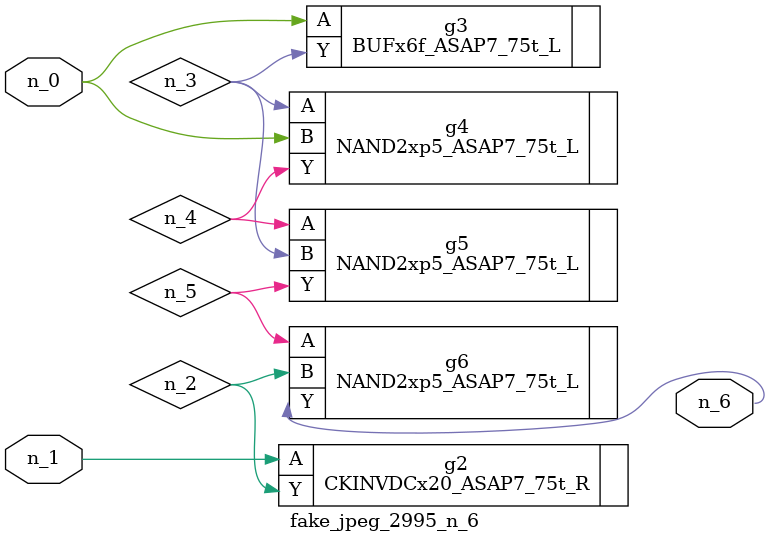
<source format=v>
module fake_jpeg_2995_n_6 (n_0, n_1, n_6);

input n_0;
input n_1;

output n_6;

wire n_3;
wire n_2;
wire n_4;
wire n_5;

CKINVDCx20_ASAP7_75t_R g2 ( 
.A(n_1),
.Y(n_2)
);

BUFx6f_ASAP7_75t_L g3 ( 
.A(n_0),
.Y(n_3)
);

NAND2xp5_ASAP7_75t_L g4 ( 
.A(n_3),
.B(n_0),
.Y(n_4)
);

NAND2xp5_ASAP7_75t_L g5 ( 
.A(n_4),
.B(n_3),
.Y(n_5)
);

NAND2xp5_ASAP7_75t_L g6 ( 
.A(n_5),
.B(n_2),
.Y(n_6)
);


endmodule
</source>
